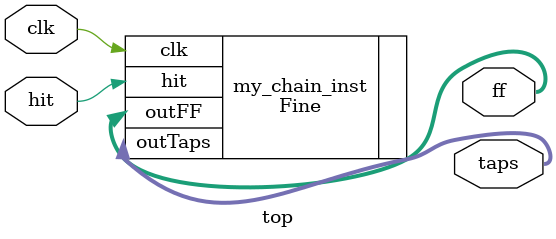
<source format=v>

module top #(parameter NUM = 12)  (
    input              clk,
    input              hit,
    output[NUM-1:0]    taps,
    output[NUM-1:0]    ff
    );



    Fine #(NUM) my_chain_inst (
        .clk(clk),
        .hit(hit),
        .outTaps(taps),
        .outFF(ff)
    );

endmodule
</source>
